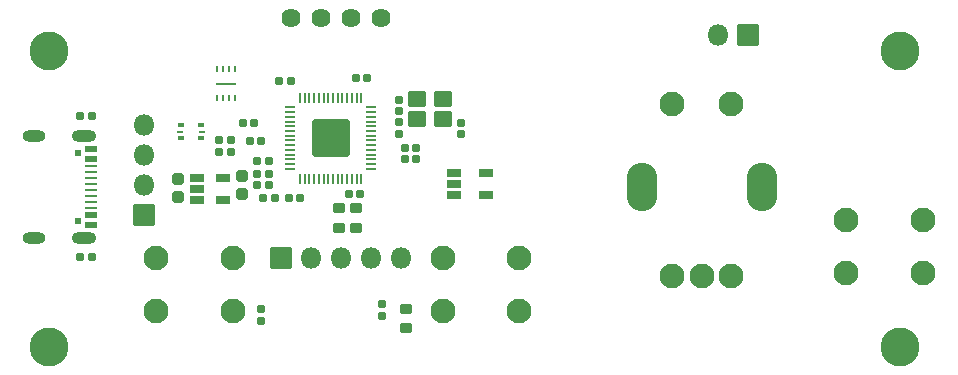
<source format=gbr>
%TF.GenerationSoftware,KiCad,Pcbnew,(7.0.0)*%
%TF.CreationDate,2023-06-29T16:26:30+02:00*%
%TF.ProjectId,V0_Display,56305f44-6973-4706-9c61-792e6b696361,rev?*%
%TF.SameCoordinates,Original*%
%TF.FileFunction,Soldermask,Bot*%
%TF.FilePolarity,Negative*%
%FSLAX46Y46*%
G04 Gerber Fmt 4.6, Leading zero omitted, Abs format (unit mm)*
G04 Created by KiCad (PCBNEW (7.0.0)) date 2023-06-29 16:26:30*
%MOMM*%
%LPD*%
G01*
G04 APERTURE LIST*
G04 Aperture macros list*
%AMRoundRect*
0 Rectangle with rounded corners*
0 $1 Rounding radius*
0 $2 $3 $4 $5 $6 $7 $8 $9 X,Y pos of 4 corners*
0 Add a 4 corners polygon primitive as box body*
4,1,4,$2,$3,$4,$5,$6,$7,$8,$9,$2,$3,0*
0 Add four circle primitives for the rounded corners*
1,1,$1+$1,$2,$3*
1,1,$1+$1,$4,$5*
1,1,$1+$1,$6,$7*
1,1,$1+$1,$8,$9*
0 Add four rect primitives between the rounded corners*
20,1,$1+$1,$2,$3,$4,$5,0*
20,1,$1+$1,$4,$5,$6,$7,0*
20,1,$1+$1,$6,$7,$8,$9,0*
20,1,$1+$1,$8,$9,$2,$3,0*%
G04 Aperture macros list end*
%ADD10RoundRect,0.190000X-0.140000X-0.170000X0.140000X-0.170000X0.140000X0.170000X-0.140000X0.170000X0*%
%ADD11RoundRect,0.250000X-0.275000X0.200000X-0.275000X-0.200000X0.275000X-0.200000X0.275000X0.200000X0*%
%ADD12C,3.300000*%
%ADD13C,2.100000*%
%ADD14O,2.600000X4.100000*%
%ADD15C,1.624000*%
%ADD16RoundRect,0.185000X0.135000X0.185000X-0.135000X0.185000X-0.135000X-0.185000X0.135000X-0.185000X0*%
%ADD17RoundRect,0.190000X0.140000X0.170000X-0.140000X0.170000X-0.140000X-0.170000X0.140000X-0.170000X0*%
%ADD18RoundRect,0.185000X-0.135000X-0.185000X0.135000X-0.185000X0.135000X0.185000X-0.135000X0.185000X0*%
%ADD19RoundRect,0.190000X-0.170000X0.140000X-0.170000X-0.140000X0.170000X-0.140000X0.170000X0.140000X0*%
%ADD20RoundRect,0.190000X0.170000X-0.140000X0.170000X0.140000X-0.170000X0.140000X-0.170000X-0.140000X0*%
%ADD21RoundRect,0.050000X0.850000X-0.850000X0.850000X0.850000X-0.850000X0.850000X-0.850000X-0.850000X0*%
%ADD22O,1.800000X1.800000*%
%ADD23RoundRect,0.185000X0.185000X-0.135000X0.185000X0.135000X-0.185000X0.135000X-0.185000X-0.135000X0*%
%ADD24RoundRect,0.250000X0.275000X-0.200000X0.275000X0.200000X-0.275000X0.200000X-0.275000X-0.200000X0*%
%ADD25RoundRect,0.275000X-0.250000X0.225000X-0.250000X-0.225000X0.250000X-0.225000X0.250000X0.225000X0*%
%ADD26RoundRect,0.050000X0.530000X0.325000X-0.530000X0.325000X-0.530000X-0.325000X0.530000X-0.325000X0*%
%ADD27RoundRect,0.070000X-0.525000X0.300000X-0.525000X-0.300000X0.525000X-0.300000X0.525000X0.300000X0*%
%ADD28R,0.470000X0.345000*%
%ADD29R,0.620000X0.270000*%
%ADD30RoundRect,0.050000X-0.850000X0.850000X-0.850000X-0.850000X0.850000X-0.850000X0.850000X0.850000X0*%
%ADD31RoundRect,0.275000X0.250000X-0.225000X0.250000X0.225000X-0.250000X0.225000X-0.250000X-0.225000X0*%
%ADD32RoundRect,0.050000X0.850000X0.850000X-0.850000X0.850000X-0.850000X-0.850000X0.850000X-0.850000X0*%
%ADD33R,0.270000X0.570000*%
%ADD34R,1.670000X0.270000*%
%ADD35RoundRect,0.035000X0.050000X-0.387500X0.050000X0.387500X-0.050000X0.387500X-0.050000X-0.387500X0*%
%ADD36RoundRect,0.035000X0.387500X-0.050000X0.387500X0.050000X-0.387500X0.050000X-0.387500X-0.050000X0*%
%ADD37RoundRect,0.129000X1.456000X-1.456000X1.456000X1.456000X-1.456000X1.456000X-1.456000X-1.456000X0*%
%ADD38RoundRect,0.197500X0.147500X0.172500X-0.147500X0.172500X-0.147500X-0.172500X0.147500X-0.172500X0*%
%ADD39RoundRect,0.050000X-0.700000X-0.600000X0.700000X-0.600000X0.700000X0.600000X-0.700000X0.600000X0*%
%ADD40C,0.620000*%
%ADD41R,1.120000X0.570000*%
%ADD42R,1.120000X0.270000*%
%ADD43O,2.070000X1.020000*%
%ADD44O,1.970000X0.970000*%
G04 APERTURE END LIST*
D10*
%TO.C,C10*%
X107750000Y-67000000D03*
X106790000Y-67000000D03*
%TD*%
D11*
%TO.C,R1*%
X119360000Y-79085000D03*
X119360000Y-77435000D03*
%TD*%
D12*
%TO.C,H2*%
X161170000Y-80650000D03*
%TD*%
%TO.C,H3*%
X161170000Y-55650000D03*
%TD*%
D13*
%TO.C,SW6*%
X156670000Y-69900000D03*
X163170000Y-69900000D03*
X156670000Y-74400000D03*
X163170000Y-74400000D03*
%TD*%
%TO.C,SW7*%
X141920000Y-74650000D03*
X146920000Y-74650000D03*
X144420000Y-74650000D03*
D14*
X139339999Y-67149999D03*
X149499999Y-67149999D03*
D13*
X141920000Y-60150000D03*
X146920000Y-60150000D03*
%TD*%
D12*
%TO.C,H4*%
X89170000Y-80650000D03*
%TD*%
%TO.C,H1*%
X89170000Y-55650000D03*
%TD*%
D15*
%TO.C,J2*%
X109660000Y-52850000D03*
X112200000Y-52850000D03*
X114740000Y-52850000D03*
X117280000Y-52850000D03*
%TD*%
D10*
%TO.C,C12*%
X109600000Y-58150000D03*
X108640000Y-58150000D03*
%TD*%
D16*
%TO.C,R5*%
X91810000Y-73050000D03*
X92830000Y-73050000D03*
%TD*%
D17*
%TO.C,C11*%
X119290000Y-63800000D03*
X120250000Y-63800000D03*
%TD*%
D10*
%TO.C,C14*%
X110400000Y-68050000D03*
X109440000Y-68050000D03*
%TD*%
D18*
%TO.C,R6*%
X92830000Y-61150000D03*
X91810000Y-61150000D03*
%TD*%
D19*
%TO.C,C8*%
X107080000Y-78470000D03*
X107080000Y-77510000D03*
%TD*%
D10*
%TO.C,C9*%
X107750000Y-64950000D03*
X106790000Y-64950000D03*
%TD*%
D20*
%TO.C,C5*%
X117320000Y-77070000D03*
X117320000Y-78030000D03*
%TD*%
D10*
%TO.C,C7*%
X106500000Y-61750000D03*
X105540000Y-61750000D03*
%TD*%
%TO.C,C16*%
X107750000Y-66000000D03*
X106790000Y-66000000D03*
%TD*%
%TO.C,C17*%
X107100000Y-63250000D03*
X106140000Y-63250000D03*
%TD*%
D17*
%TO.C,C13*%
X115140000Y-57950000D03*
X116100000Y-57950000D03*
%TD*%
%TO.C,C6*%
X119290000Y-64800000D03*
X120250000Y-64800000D03*
%TD*%
%TO.C,C15*%
X114540000Y-67750000D03*
X115500000Y-67750000D03*
%TD*%
D21*
%TO.C,J3*%
X108795000Y-73120000D03*
D22*
X111334999Y-73119999D03*
X113874999Y-73119999D03*
X116414999Y-73119999D03*
X118954999Y-73119999D03*
%TD*%
D23*
%TO.C,R2*%
X118750000Y-62670000D03*
X118750000Y-61650000D03*
%TD*%
D24*
%TO.C,R3*%
X115150000Y-68925000D03*
X115150000Y-70575000D03*
%TD*%
D13*
%TO.C,SW5*%
X128975000Y-73145000D03*
X122475000Y-73145000D03*
X128975000Y-77645000D03*
X122475000Y-77645000D03*
%TD*%
D25*
%TO.C,C2*%
X105520000Y-67750000D03*
X105520000Y-66200000D03*
%TD*%
D19*
%TO.C,C3*%
X118760000Y-59740000D03*
X118760000Y-60700000D03*
%TD*%
%TO.C,C4*%
X124070000Y-61680000D03*
X124070000Y-62640000D03*
%TD*%
D26*
%TO.C,U1*%
X101720000Y-68245000D03*
X101720000Y-67295000D03*
X101720000Y-66345000D03*
X103920000Y-66345000D03*
X103920000Y-68245000D03*
%TD*%
D27*
%TO.C,U3*%
X123460000Y-67850000D03*
X123460000Y-66900000D03*
X123460000Y-65950000D03*
X126160000Y-65950000D03*
X126160000Y-67850000D03*
%TD*%
D28*
%TO.C,U2*%
X100344999Y-62987499D03*
D29*
X100269999Y-62449999D03*
D28*
X100344999Y-61912499D03*
X102044999Y-61912499D03*
D29*
X102119999Y-62449999D03*
D28*
X102044999Y-62987499D03*
%TD*%
D30*
%TO.C,J8*%
X148300000Y-54260000D03*
D22*
X145759999Y-54259999D03*
%TD*%
D31*
%TO.C,C1*%
X100070000Y-66430000D03*
X100070000Y-67980000D03*
%TD*%
D32*
%TO.C,J7*%
X97220000Y-69550000D03*
D22*
X97219999Y-67009999D03*
X97219999Y-64469999D03*
X97219999Y-61929999D03*
%TD*%
D33*
%TO.C,U4*%
X103379999Y-57127499D03*
X103879999Y-57127499D03*
X104379999Y-57127499D03*
X104879999Y-57127499D03*
X104879999Y-59627499D03*
X104379999Y-59627499D03*
X103879999Y-59627499D03*
X103379999Y-59627499D03*
D34*
X104129999Y-58377499D03*
%TD*%
D13*
%TO.C,SW1*%
X104720000Y-73145000D03*
X98220000Y-73145000D03*
X104720000Y-77645000D03*
X98220000Y-77645000D03*
%TD*%
D18*
%TO.C,R7*%
X104560000Y-63190000D03*
X103540000Y-63190000D03*
%TD*%
D35*
%TO.C,U5*%
X110400000Y-59562500D03*
X110800000Y-59562500D03*
X111200000Y-59562500D03*
X111600000Y-59562500D03*
X112000000Y-59562500D03*
X112400000Y-59562500D03*
X112800000Y-59562500D03*
X113200000Y-59562500D03*
X113600000Y-59562500D03*
X114000000Y-59562500D03*
X114400000Y-59562500D03*
X114800000Y-59562500D03*
X115200000Y-59562500D03*
X115600000Y-59562500D03*
D36*
X116437500Y-60400000D03*
X116437500Y-60800000D03*
X116437500Y-61200000D03*
X116437500Y-61600000D03*
X116437500Y-62000000D03*
X116437500Y-62400000D03*
X116437500Y-62800000D03*
X116437500Y-63200000D03*
X116437500Y-63600000D03*
X116437500Y-64000000D03*
X116437500Y-64400000D03*
X116437500Y-64800000D03*
X116437500Y-65200000D03*
X116437500Y-65600000D03*
D35*
X115600000Y-66437500D03*
X115200000Y-66437500D03*
X114800000Y-66437500D03*
X114400000Y-66437500D03*
X114000000Y-66437500D03*
X113600000Y-66437500D03*
X113200000Y-66437500D03*
X112800000Y-66437500D03*
X112400000Y-66437500D03*
X112000000Y-66437500D03*
X111600000Y-66437500D03*
X111200000Y-66437500D03*
X110800000Y-66437500D03*
X110400000Y-66437500D03*
D36*
X109562500Y-65600000D03*
X109562500Y-65200000D03*
X109562500Y-64800000D03*
X109562500Y-64400000D03*
X109562500Y-64000000D03*
X109562500Y-63600000D03*
X109562500Y-63200000D03*
X109562500Y-62800000D03*
X109562500Y-62400000D03*
X109562500Y-62000000D03*
X109562500Y-61600000D03*
X109562500Y-61200000D03*
X109562500Y-60800000D03*
X109562500Y-60400000D03*
D37*
X113000000Y-63000000D03*
%TD*%
D38*
%TO.C,L1*%
X107285000Y-68050000D03*
X108255000Y-68050000D03*
%TD*%
D39*
%TO.C,Y1*%
X122520000Y-59650000D03*
X120320000Y-59650000D03*
X120320000Y-61350000D03*
X122520000Y-61350000D03*
%TD*%
D40*
%TO.C,J4*%
X91600000Y-70020000D03*
X91600000Y-64240000D03*
D41*
X92674999Y-70329999D03*
X92674999Y-69529999D03*
D42*
X92674999Y-68379999D03*
X92674999Y-67379999D03*
X92674999Y-66879999D03*
X92674999Y-65879999D03*
D41*
X92674999Y-63929999D03*
X92674999Y-64729999D03*
D42*
X92674999Y-65379999D03*
X92674999Y-66379999D03*
X92674999Y-67879999D03*
X92674999Y-68879999D03*
D43*
X92099999Y-71449999D03*
D44*
X87919999Y-71449999D03*
X87919999Y-62809999D03*
D43*
X92099999Y-62809999D03*
%TD*%
D24*
%TO.C,R4*%
X113690000Y-68925000D03*
X113690000Y-70575000D03*
%TD*%
D16*
%TO.C,R8*%
X103520000Y-64190000D03*
X104540000Y-64190000D03*
%TD*%
M02*

</source>
